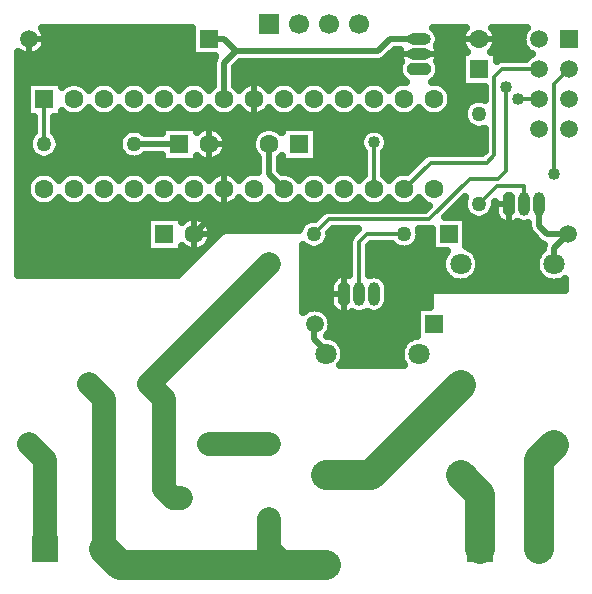
<source format=gbr>
G04 DipTrace 3.0.0.1*
G04 Bottom.gbr*
%MOIN*%
G04 #@! TF.FileFunction,Copper,L2,Bot*
G04 #@! TF.Part,Single*
%AMOUTLINE0*
4,1,8,
-0.019685,-0.029528,
-0.009843,-0.03937,
0.009843,-0.03937,
0.019685,-0.029528,
0.019685,0.029528,
0.009843,0.03937,
-0.009843,0.03937,
-0.019685,0.029528,
-0.019685,-0.029528,
0*%
%AMOUTLINE3*
4,1,8,
0.029528,-0.019685,
0.03937,-0.009843,
0.03937,0.009843,
0.029528,0.019685,
-0.029528,0.019685,
-0.03937,0.009843,
-0.03937,-0.009843,
-0.029528,-0.019685,
0.029528,-0.019685,
0*%
G04 #@! TA.AperFunction,CopperBalancing*
%ADD13C,0.019685*%
G04 #@! TA.AperFunction,Conductor*
%ADD14C,0.098425*%
%ADD15C,0.07874*%
%ADD16C,0.012992*%
G04 #@! TA.AperFunction,CopperBalancing*
%ADD17C,0.025*%
G04 #@! TA.AperFunction,ComponentPad*
%ADD18R,0.062992X0.062992*%
%ADD19C,0.062992*%
%ADD20R,0.059055X0.059055*%
%ADD21C,0.059055*%
%ADD22C,0.090551*%
%ADD23R,0.090551X0.090551*%
%ADD24C,0.070866*%
%ADD25C,0.07874*%
%ADD26O,0.03937X0.07874*%
%ADD27C,0.05*%
%ADD28C,0.05*%
%ADD29C,0.07*%
%ADD30C,0.07*%
%ADD31O,0.07874X0.03937*%
%ADD32C,0.074803*%
%ADD33R,0.066929X0.066929*%
%ADD34C,0.066929*%
G04 #@! TA.AperFunction,ViaPad*
%ADD35C,0.04*%
G04 #@! TA.AperFunction,ComponentPad*
%ADD78OUTLINE0*%
%ADD81OUTLINE3*%
%FSLAX26Y26*%
G04*
G70*
G90*
G75*
G01*
G04 Bottom*
%LPD*%
X493701Y2243701D2*
D13*
X593701D1*
X493701D2*
Y2143701D1*
X1143701Y1743701D2*
Y1693701D1*
X1043701Y1593701D1*
X1543701Y1393701D2*
Y1493701D1*
Y1393701D2*
X1443701D1*
X1543701D2*
Y1293701D1*
X1043701Y1593701D2*
Y1543701D1*
X1996850Y543701D2*
D14*
Y725591D1*
X1931890Y790551D1*
X2243701Y890551D2*
X2193701Y840551D1*
Y543701D1*
X1293701Y893701D2*
D15*
X1093701D1*
X998425Y714567D2*
X972835D1*
X943701Y743701D1*
Y1043701D1*
X893701Y1093701D1*
X1293701Y1493701D2*
X893701Y1093701D1*
X1931890Y1090551D2*
D14*
X1631890Y790551D1*
X1481890D1*
X493701Y893701D2*
D15*
X546850Y840551D1*
Y543701D1*
X1446063Y1293701D2*
D16*
X1443701D1*
D13*
Y1243701D1*
X1481890Y1205512D1*
D16*
Y1193701D1*
X1743701Y1593701D2*
X1619685D1*
X1593701Y1567717D1*
Y1393701D1*
X1993701Y1693701D2*
X2052559Y1752559D1*
X2143701D1*
Y1693701D1*
X543701Y2043701D2*
Y1893701D1*
X2084173Y2083189D2*
Y1804528D1*
X2058189Y1778543D1*
X1962598D1*
X1826772Y1642717D1*
X1492717D1*
X1443701Y1593701D1*
X1481890Y490551D2*
D14*
X796850D1*
X743701Y543701D1*
D15*
Y1043701D1*
X693701Y1093701D1*
X1293701Y643701D2*
Y543701D1*
X1346850Y490551D1*
X1481890D1*
X2242717Y1794685D2*
D16*
Y2092717D1*
X2293701Y2143701D1*
X1643701Y1899646D2*
Y1743701D1*
X2123661Y2043701D2*
X2193701D1*
Y2143701D2*
X2070669D1*
X2044685Y2117717D1*
Y1858005D1*
X2018698Y1832018D1*
X1832018D1*
X1743701Y1743701D1*
X2243701Y1493701D2*
D13*
Y1546063D1*
X2291339Y1593701D1*
X2219685D1*
X2193701Y1619685D1*
Y1693701D1*
X1093701Y2243701D2*
X1142717D1*
X1182205Y2204213D1*
X1657382D1*
X1696870Y2243701D1*
X1793701D1*
X1293701Y1893701D2*
Y1793701D1*
X1343701Y1743701D1*
X1143701Y2043701D2*
Y2165709D1*
X1182205Y2204213D1*
X843701Y1893701D2*
X993701D1*
D35*
X2084173Y2083189D3*
X2242717Y1794685D3*
X1643701Y1899646D3*
X2123661Y2043701D3*
X550766Y2256332D2*
D17*
X1035171D1*
X1860287D2*
X1934584D1*
X2052818D2*
X2136635D1*
X550864Y2231463D2*
X1035171D1*
X1860434D2*
X1934535D1*
X2052866D2*
X2136538D1*
X538168Y2206594D2*
X1035171D1*
X1713657D2*
X1727175D1*
X1860239D2*
X1946646D1*
X2040756D2*
X2149234D1*
X458726Y2181726D2*
X1108608D1*
X1688803D2*
X1726919D1*
X1860483D2*
X1933218D1*
X2054184D2*
X2150063D1*
X458726Y2156857D2*
X1104848D1*
X1188755D2*
X1725551D1*
X1861850D2*
X1933218D1*
X458726Y2131988D2*
X1104848D1*
X1182554D2*
X1725406D1*
X1861996D2*
X1933218D1*
X458726Y2107119D2*
X1104848D1*
X1182554D2*
X1741127D1*
X1846274D2*
X1933218D1*
X458726Y2082251D2*
X483218D1*
X1889535D2*
X2009194D1*
X458726Y2057382D2*
X483218D1*
X1902573D2*
X2009194D1*
X458726Y2032513D2*
X483218D1*
X1903110D2*
X1957339D1*
X458726Y2007644D2*
X483218D1*
X1891635D2*
X1941615D1*
X458726Y1982776D2*
X508218D1*
X579184D2*
X1940883D1*
X458726Y1957907D2*
X508218D1*
X579184D2*
X1954164D1*
X458726Y1933038D2*
X507974D1*
X579428D2*
X807974D1*
X879428D2*
X933218D1*
X1138803D2*
X1248598D1*
X1454184D2*
X1608852D1*
X1678550D2*
X2009194D1*
X458726Y1908169D2*
X491762D1*
X595639D2*
X791762D1*
X1152378D2*
X1235024D1*
X1454184D2*
X1595474D1*
X1691928D2*
X2009194D1*
X458726Y1883301D2*
X490786D1*
X596615D2*
X790786D1*
X1153256D2*
X1234146D1*
X1454184D2*
X1597671D1*
X1689731D2*
X2009194D1*
X458726Y1858432D2*
X503676D1*
X583726D2*
X803676D1*
X1142222D2*
X1245180D1*
X1454184D2*
X1608218D1*
X1679184D2*
X1809780D1*
X458726Y1833563D2*
X1254848D1*
X1332554D2*
X1608218D1*
X1679184D2*
X1784390D1*
X458726Y1808694D2*
X1254848D1*
X1332602D2*
X1608218D1*
X1679184D2*
X1759535D1*
X458726Y1783825D2*
X499331D1*
X458726Y1758957D2*
X485268D1*
X458726Y1734088D2*
X483999D1*
X458726Y1709219D2*
X494594D1*
X458726Y1684350D2*
X1819252D1*
X1917563D2*
X1940542D1*
X458726Y1659482D2*
X1460318D1*
X1892710D2*
X1952699D1*
X458726Y1634613D2*
X883218D1*
X1087290D2*
X1409927D1*
X1952231D2*
X2063686D1*
X458726Y1609744D2*
X883218D1*
X1101938D2*
X1392251D1*
X1952231D2*
X2156264D1*
X458726Y1584875D2*
X883218D1*
X1496909D2*
X1563003D1*
X1796909D2*
X1835171D1*
X1952231D2*
X2174623D1*
X458726Y1560007D2*
X883218D1*
X1485142D2*
X1558218D1*
X1635142D2*
X1702260D1*
X1785142D2*
X1835171D1*
X1952231D2*
X2203579D1*
X458726Y1535138D2*
X1064955D1*
X1408726D2*
X1558218D1*
X1629184D2*
X1883364D1*
X1980406D2*
X2195180D1*
X458726Y1510269D2*
X1040102D1*
X1408726D2*
X1558218D1*
X1629184D2*
X1869741D1*
X1994076D2*
X2181558D1*
X458726Y1485400D2*
X1015199D1*
X1408726D2*
X1558218D1*
X1629184D2*
X1868031D1*
X1995738D2*
X2179848D1*
X458726Y1460531D2*
X990346D1*
X1408726D2*
X1558218D1*
X1629184D2*
X1877114D1*
X1986703D2*
X2188930D1*
X1408726Y1435663D2*
X1498110D1*
X1686655D2*
X1907778D1*
X1955991D2*
X2219594D1*
X1408726Y1410794D2*
X1495034D1*
X1692367D2*
X2278676D1*
X1408726Y1385925D2*
X1495034D1*
X1692367D2*
X1828676D1*
X1408726Y1361056D2*
X1495230D1*
X1690512D2*
X1828676D1*
X1485092Y1336188D2*
X1512026D1*
X1672690D2*
X1785171D1*
X1501743Y1311319D2*
X1785171D1*
X1504135Y1286450D2*
X1785171D1*
X1494467Y1261581D2*
X1785171D1*
X1528940Y1236713D2*
X1746646D1*
X1543588Y1211844D2*
X1731996D1*
X1545932Y1186975D2*
X1729654D1*
X1537631Y1162106D2*
X1737954D1*
X898213Y1651689D2*
X1001689D1*
Y1633672D1*
X1008155Y1639517D1*
X1014361Y1643719D1*
X1021056Y1647085D1*
X1028131Y1649560D1*
X1035466Y1651101D1*
X1042938Y1651684D1*
X1050423Y1651298D1*
X1057795Y1649950D1*
X1064932Y1647663D1*
X1071715Y1644474D1*
X1078029Y1640436D1*
X1083770Y1635618D1*
X1088843Y1630100D1*
X1093160Y1623974D1*
X1096651Y1617343D1*
X1099259Y1610315D1*
X1100937Y1603010D1*
X1101689Y1593701D1*
X1101205Y1586222D1*
X1099760Y1578867D1*
X1097378Y1571761D1*
X1094100Y1565021D1*
X1089980Y1558760D1*
X1085088Y1553083D1*
X1079503Y1548084D1*
X1073320Y1543848D1*
X1066643Y1540444D1*
X1059583Y1537930D1*
X1052257Y1536348D1*
X1044789Y1535723D1*
X1037302Y1536067D1*
X1029921Y1537374D1*
X1022772Y1539621D1*
X1015971Y1542772D1*
X1009635Y1546774D1*
X1003866Y1551560D1*
X1001696Y1553738D1*
X1001689Y1535713D1*
X885713D1*
Y1651689D1*
X898213D1*
X1151635Y1891202D2*
X1150829Y1883751D1*
X1149068Y1876465D1*
X1146383Y1869469D1*
X1142818Y1862875D1*
X1138432Y1856798D1*
X1133298Y1851337D1*
X1127504Y1846584D1*
X1121144Y1842618D1*
X1114327Y1839505D1*
X1107164Y1837297D1*
X1099777Y1836031D1*
X1092289Y1835730D1*
X1084823Y1836396D1*
X1077507Y1838020D1*
X1070461Y1840573D1*
X1063802Y1844014D1*
X1057644Y1848286D1*
X1051696Y1853738D1*
X1051689Y1835713D1*
X935713D1*
Y1857344D1*
X880112Y1857290D1*
X873967Y1852043D1*
X867077Y1847822D1*
X859613Y1844728D1*
X851756Y1842843D1*
X843701Y1842209D1*
X835646Y1842843D1*
X827789Y1844728D1*
X820324Y1847822D1*
X813434Y1852043D1*
X807290Y1857290D1*
X802043Y1863434D1*
X797822Y1870324D1*
X794728Y1877789D1*
X792843Y1885646D1*
X792209Y1893701D1*
X792843Y1901756D1*
X794728Y1909613D1*
X797822Y1917077D1*
X802043Y1923967D1*
X807290Y1930112D1*
X813434Y1935358D1*
X820324Y1939580D1*
X827789Y1942673D1*
X835646Y1944559D1*
X843701Y1945193D1*
X851756Y1944559D1*
X859613Y1942673D1*
X867077Y1939580D1*
X873967Y1935358D1*
X880186Y1930030D1*
X935741Y1930035D1*
X935713Y1951689D1*
X1051689D1*
Y1933672D1*
X1058155Y1939517D1*
X1064361Y1943719D1*
X1071056Y1947085D1*
X1078131Y1949560D1*
X1085466Y1951101D1*
X1092938Y1951684D1*
X1100423Y1951298D1*
X1107795Y1949950D1*
X1114932Y1947663D1*
X1121715Y1944474D1*
X1128029Y1940436D1*
X1133770Y1935618D1*
X1138843Y1930100D1*
X1143160Y1923974D1*
X1146651Y1917343D1*
X1149259Y1910315D1*
X1150937Y1903010D1*
X1151689Y1893701D1*
X1151635Y1891202D1*
X2033711Y2201689D2*
X2051689D1*
Y2170682D1*
X2058045Y2174178D1*
X2065509Y2176283D1*
X2070669Y2176689D1*
X2148453D1*
X2154089Y2183312D1*
X2160773Y2189022D1*
X2168440Y2193694D1*
X2160773Y2198379D1*
X2154089Y2204089D1*
X2148379Y2210773D1*
X2143787Y2218269D1*
X2140423Y2226390D1*
X2138371Y2234937D1*
X2137681Y2243701D1*
X2138371Y2252465D1*
X2140423Y2261012D1*
X2143787Y2269133D1*
X2148379Y2276629D1*
X2152142Y2281206D1*
X2037890Y2281201D1*
X2043160Y2273974D1*
X2046651Y2267343D1*
X2049259Y2260315D1*
X2050937Y2253010D1*
X2051689Y2243701D1*
X2051205Y2236222D1*
X2049760Y2228867D1*
X2047378Y2221761D1*
X2044100Y2215021D1*
X2039980Y2208760D1*
X2033655Y2201685D1*
X1533866Y1327839D2*
X1527673Y1328571D1*
X1521831Y1330726D1*
X1516654Y1334186D1*
X1503871Y1346969D1*
X1500411Y1352146D1*
X1498256Y1357988D1*
X1497524Y1364181D1*
X1497605Y1425307D1*
X1498820Y1431415D1*
X1501428Y1437071D1*
X1505283Y1441961D1*
X1518286Y1454504D1*
X1523720Y1457546D1*
X1529714Y1459236D1*
X1538858Y1459563D1*
X1557688Y1459236D1*
X1559736Y1458829D1*
X1560713Y1468701D1*
X1560814Y1570304D1*
X1562327Y1577911D1*
X1565573Y1584953D1*
X1570374Y1591043D1*
X1589058Y1609726D1*
X1506411Y1609728D1*
X1495016Y1598364D1*
X1495034Y1589661D1*
X1493770Y1581680D1*
X1491273Y1573996D1*
X1487605Y1566797D1*
X1482856Y1560260D1*
X1477142Y1554546D1*
X1470605Y1549797D1*
X1463406Y1546129D1*
X1455722Y1543631D1*
X1447740Y1542367D1*
X1439661D1*
X1431680Y1543631D1*
X1423996Y1546129D1*
X1416797Y1549797D1*
X1410260Y1554546D1*
X1406207Y1558462D1*
X1406451Y1333312D1*
X1413135Y1339022D1*
X1420631Y1343614D1*
X1428752Y1346979D1*
X1437299Y1349030D1*
X1446063Y1349720D1*
X1454827Y1349030D1*
X1463374Y1346979D1*
X1471495Y1343614D1*
X1478991Y1339022D1*
X1485675Y1333312D1*
X1491385Y1326629D1*
X1495976Y1319133D1*
X1499341Y1311012D1*
X1501392Y1302465D1*
X1502083Y1293701D1*
X1501392Y1284937D1*
X1499341Y1276390D1*
X1495976Y1268269D1*
X1491385Y1260773D1*
X1486899Y1255413D1*
X1496346Y1253915D1*
X1505588Y1250912D1*
X1514245Y1246501D1*
X1522108Y1240789D1*
X1528978Y1233919D1*
X1534690Y1226056D1*
X1539101Y1217399D1*
X1542104Y1208157D1*
X1543625Y1198559D1*
Y1188843D1*
X1542104Y1179244D1*
X1539101Y1170003D1*
X1534690Y1161345D1*
X1531201Y1156201D1*
X1744433D1*
X1738525Y1165588D1*
X1734806Y1174564D1*
X1732538Y1184013D1*
X1731776Y1193701D1*
X1732538Y1203388D1*
X1734806Y1212837D1*
X1738525Y1221814D1*
X1743602Y1230100D1*
X1749913Y1237488D1*
X1757302Y1243799D1*
X1765588Y1248877D1*
X1774564Y1252596D1*
X1784013Y1254864D1*
X1787681Y1255308D1*
Y1349720D1*
X1831188D1*
X1831354Y1395656D1*
X1832563Y1399375D1*
X1834862Y1402539D1*
X1838026Y1404839D1*
X1841745Y1406047D1*
X1881201Y1406201D1*
X2281152D1*
X2281201Y1444433D1*
X2271814Y1438525D1*
X2262837Y1434806D1*
X2253388Y1432538D1*
X2243701Y1431776D1*
X2234013Y1432538D1*
X2224564Y1434806D1*
X2215588Y1438525D1*
X2207302Y1443602D1*
X2199913Y1449913D1*
X2193602Y1457302D1*
X2188525Y1465588D1*
X2184806Y1474564D1*
X2182538Y1484013D1*
X2181776Y1493701D1*
X2182538Y1503388D1*
X2184806Y1512837D1*
X2188525Y1521814D1*
X2193602Y1530100D1*
X2199913Y1537488D1*
X2207381Y1543852D1*
X2207814Y1551747D1*
X2209148Y1557302D1*
X2208457Y1559144D1*
X2203189Y1561327D1*
X2198328Y1564306D1*
X2193992Y1568008D1*
X2166072Y1596088D1*
X2162720Y1600701D1*
X2160131Y1605781D1*
X2158370Y1611203D1*
X2157478Y1616835D1*
X2157366Y1629890D1*
X2150924Y1628407D1*
X2143701Y1627839D1*
X2136478Y1628407D1*
X2129432Y1630098D1*
X2122736Y1632871D1*
X2120598Y1634068D1*
X2115571Y1630726D1*
X2109728Y1628571D1*
X2103543Y1627839D1*
X2079714Y1628164D1*
X2073720Y1629856D1*
X2068286Y1632898D1*
X2061591Y1639134D1*
X2052583Y1648601D1*
X2049541Y1654035D1*
X2047849Y1660029D1*
X2047524Y1669173D1*
Y1700862D1*
X2045034Y1697740D1*
Y1689661D1*
X2043770Y1681680D1*
X2041273Y1673996D1*
X2037605Y1666797D1*
X2032856Y1660260D1*
X2027142Y1654546D1*
X2020605Y1649797D1*
X2013406Y1646129D1*
X2005722Y1643631D1*
X1997740Y1642367D1*
X1989661D1*
X1981680Y1643631D1*
X1973996Y1646129D1*
X1966797Y1649797D1*
X1960260Y1654546D1*
X1954546Y1660260D1*
X1949797Y1666797D1*
X1946129Y1673996D1*
X1943631Y1681680D1*
X1942367Y1689661D1*
Y1697740D1*
X1943631Y1705722D1*
X1946129Y1713406D1*
X1947860Y1717147D1*
X1880406Y1649720D1*
X1949720D1*
Y1552992D1*
X1960003Y1548877D1*
X1968289Y1543799D1*
X1975677Y1537488D1*
X1981988Y1530100D1*
X1987066Y1521814D1*
X1990785Y1512837D1*
X1993052Y1503388D1*
X1993815Y1493701D1*
X1993052Y1484013D1*
X1990785Y1474564D1*
X1987066Y1465588D1*
X1981988Y1457302D1*
X1975677Y1449913D1*
X1968289Y1443602D1*
X1960003Y1438525D1*
X1951026Y1434806D1*
X1941577Y1432538D1*
X1931890Y1431776D1*
X1922202Y1432538D1*
X1912753Y1434806D1*
X1903777Y1438525D1*
X1895491Y1443602D1*
X1888102Y1449913D1*
X1881791Y1457302D1*
X1876714Y1465588D1*
X1872995Y1474564D1*
X1870727Y1484013D1*
X1869965Y1493701D1*
X1870727Y1503388D1*
X1872995Y1512837D1*
X1876714Y1521814D1*
X1881791Y1530100D1*
X1888311Y1537682D1*
X1837681Y1537681D1*
Y1611558D1*
X1831932Y1610134D1*
X1826772Y1609728D1*
X1792673Y1609613D1*
X1794559Y1601756D1*
X1795193Y1593701D1*
X1794559Y1585646D1*
X1792673Y1577789D1*
X1789580Y1570324D1*
X1785358Y1563434D1*
X1780112Y1557290D1*
X1773967Y1552043D1*
X1767077Y1547822D1*
X1759613Y1544728D1*
X1751756Y1542843D1*
X1743701Y1542209D1*
X1735646Y1542843D1*
X1727789Y1544728D1*
X1720324Y1547822D1*
X1713434Y1552043D1*
X1707290Y1557290D1*
X1704184Y1560718D1*
X1633398Y1560713D1*
X1626689Y1554093D1*
X1626681Y1456289D1*
X1632921Y1458287D1*
X1640077Y1459421D1*
X1647324D1*
X1654480Y1458287D1*
X1661371Y1456049D1*
X1667828Y1452759D1*
X1673690Y1448499D1*
X1678814Y1443375D1*
X1683073Y1437513D1*
X1686364Y1431056D1*
X1688602Y1424165D1*
X1689736Y1417009D1*
X1689829Y1374016D1*
X1689310Y1366793D1*
X1687618Y1359747D1*
X1684845Y1353051D1*
X1681059Y1346874D1*
X1676353Y1341364D1*
X1670843Y1336657D1*
X1664665Y1332871D1*
X1657970Y1330098D1*
X1650924Y1328407D1*
X1643701Y1327839D1*
X1636478Y1328407D1*
X1629432Y1330098D1*
X1622736Y1332871D1*
X1618664Y1335202D1*
X1611371Y1331353D1*
X1604480Y1329114D1*
X1597324Y1327980D1*
X1590077D1*
X1582921Y1329114D1*
X1576030Y1331353D1*
X1570598Y1334068D1*
X1565571Y1330726D1*
X1559728Y1328571D1*
X1553543Y1327839D1*
X1533953D1*
X2011702Y1945500D2*
X2005722Y1943631D1*
X1997740Y1942367D1*
X1989661D1*
X1981680Y1943631D1*
X1973996Y1946129D1*
X1966797Y1949797D1*
X1960260Y1954546D1*
X1954546Y1960260D1*
X1949797Y1966797D1*
X1946129Y1973996D1*
X1943631Y1981680D1*
X1942367Y1989661D1*
Y1997740D1*
X1943631Y2005722D1*
X1946129Y2013406D1*
X1949797Y2020605D1*
X1954546Y2027142D1*
X1960260Y2032856D1*
X1966797Y2037605D1*
X1973996Y2041273D1*
X1981680Y2043770D1*
X1989661Y2045034D1*
X1997740D1*
X2005722Y2043770D1*
X2011702Y2041902D1*
X2011698Y2085713D1*
X1935713D1*
Y2201689D1*
X1953730D1*
X1947226Y2209020D1*
X1943142Y2215304D1*
X1939902Y2222062D1*
X1937559Y2229181D1*
X1936156Y2236543D1*
X1935714Y2244025D1*
X1936240Y2251501D1*
X1937726Y2258848D1*
X1940147Y2265941D1*
X1943463Y2272663D1*
X1947618Y2278900D1*
X1949479Y2281199D1*
X1840528Y2281059D1*
X1846038Y2276353D1*
X1850744Y2270843D1*
X1854530Y2264665D1*
X1857303Y2257970D1*
X1858995Y2250924D1*
X1859563Y2243701D1*
X1858995Y2236478D1*
X1857303Y2229432D1*
X1854530Y2222736D1*
X1852199Y2218738D1*
X1856235Y2210915D1*
X1858454Y2203760D1*
X1859488Y2196339D1*
X1859293Y2188710D1*
X1857882Y2181353D1*
X1855299Y2174320D1*
X1853348Y2170593D1*
X1856676Y2165571D1*
X1858831Y2159728D1*
X1859563Y2153543D1*
X1859238Y2129714D1*
X1857546Y2123720D1*
X1854504Y2118286D1*
X1845241Y2108564D1*
X1838801Y2102583D1*
X1837063Y2101424D1*
X1848251Y2101510D1*
X1857238Y2100087D1*
X1865892Y2097274D1*
X1874000Y2093144D1*
X1881361Y2087795D1*
X1887795Y2081361D1*
X1893144Y2074000D1*
X1897274Y2065892D1*
X1900087Y2057238D1*
X1901510Y2048251D1*
Y2039151D1*
X1900087Y2030164D1*
X1897274Y2021509D1*
X1893144Y2013402D1*
X1887795Y2006041D1*
X1881361Y1999606D1*
X1874000Y1994257D1*
X1865892Y1990127D1*
X1857238Y1987315D1*
X1848251Y1985891D1*
X1839151D1*
X1830164Y1987315D1*
X1821509Y1990127D1*
X1813402Y1994257D1*
X1806041Y1999606D1*
X1799606Y2006041D1*
X1793727Y2014349D1*
X1787795Y2006041D1*
X1781361Y1999606D1*
X1774000Y1994257D1*
X1765892Y1990127D1*
X1757238Y1987315D1*
X1748251Y1985891D1*
X1739151D1*
X1730164Y1987315D1*
X1721509Y1990127D1*
X1713402Y1994257D1*
X1706041Y1999606D1*
X1699606Y2006041D1*
X1693727Y2014349D1*
X1687795Y2006041D1*
X1681361Y1999606D1*
X1674000Y1994257D1*
X1665892Y1990127D1*
X1657238Y1987315D1*
X1648251Y1985891D1*
X1639151D1*
X1630164Y1987315D1*
X1621509Y1990127D1*
X1613402Y1994257D1*
X1606041Y1999606D1*
X1599606Y2006041D1*
X1593727Y2014349D1*
X1587795Y2006041D1*
X1581361Y1999606D1*
X1574000Y1994257D1*
X1565892Y1990127D1*
X1557238Y1987315D1*
X1548251Y1985891D1*
X1539151D1*
X1530164Y1987315D1*
X1521509Y1990127D1*
X1513402Y1994257D1*
X1506041Y1999606D1*
X1499606Y2006041D1*
X1493727Y2014349D1*
X1487795Y2006041D1*
X1481361Y1999606D1*
X1474000Y1994257D1*
X1465892Y1990127D1*
X1457238Y1987315D1*
X1448251Y1985891D1*
X1439151D1*
X1430164Y1987315D1*
X1421509Y1990127D1*
X1413402Y1994257D1*
X1406041Y1999606D1*
X1399606Y2006041D1*
X1393727Y2014349D1*
X1387795Y2006041D1*
X1381361Y1999606D1*
X1374000Y1994257D1*
X1365892Y1990127D1*
X1357238Y1987315D1*
X1348251Y1985891D1*
X1339151D1*
X1330164Y1987315D1*
X1321509Y1990127D1*
X1313402Y1994257D1*
X1306041Y1999606D1*
X1299606Y2006041D1*
X1293727Y2014349D1*
X1288432Y2006798D1*
X1283298Y2001337D1*
X1277504Y1996584D1*
X1271144Y1992618D1*
X1264327Y1989505D1*
X1257164Y1987297D1*
X1249777Y1986031D1*
X1242289Y1985730D1*
X1234823Y1986396D1*
X1227507Y1988020D1*
X1220461Y1990573D1*
X1213802Y1994014D1*
X1207644Y1998286D1*
X1202088Y2003316D1*
X1197226Y2009020D1*
X1193713Y2014337D1*
X1187795Y2006041D1*
X1181361Y1999606D1*
X1174000Y1994257D1*
X1165892Y1990127D1*
X1157238Y1987315D1*
X1148251Y1985891D1*
X1139151D1*
X1130164Y1987315D1*
X1121509Y1990127D1*
X1113402Y1994257D1*
X1106041Y1999606D1*
X1099606Y2006041D1*
X1093727Y2014349D1*
X1087795Y2006041D1*
X1081361Y1999606D1*
X1074000Y1994257D1*
X1065892Y1990127D1*
X1057238Y1987315D1*
X1048251Y1985891D1*
X1039151D1*
X1030164Y1987315D1*
X1021509Y1990127D1*
X1013402Y1994257D1*
X1006041Y1999606D1*
X999606Y2006041D1*
X993727Y2014349D1*
X987795Y2006041D1*
X981361Y1999606D1*
X974000Y1994257D1*
X965892Y1990127D1*
X957238Y1987315D1*
X948251Y1985891D1*
X939151D1*
X930164Y1987315D1*
X921509Y1990127D1*
X913402Y1994257D1*
X906041Y1999606D1*
X899606Y2006041D1*
X893727Y2014349D1*
X887795Y2006041D1*
X881361Y1999606D1*
X874000Y1994257D1*
X865892Y1990127D1*
X857238Y1987315D1*
X848251Y1985891D1*
X839151D1*
X830164Y1987315D1*
X821509Y1990127D1*
X813402Y1994257D1*
X806041Y1999606D1*
X799606Y2006041D1*
X793727Y2014349D1*
X787795Y2006041D1*
X781361Y1999606D1*
X774000Y1994257D1*
X765892Y1990127D1*
X757238Y1987315D1*
X748251Y1985891D1*
X739151D1*
X730164Y1987315D1*
X721509Y1990127D1*
X713402Y1994257D1*
X706041Y1999606D1*
X699606Y2006041D1*
X693727Y2014349D1*
X687795Y2006041D1*
X681361Y1999606D1*
X674000Y1994257D1*
X665892Y1990127D1*
X657238Y1987315D1*
X648251Y1985891D1*
X639151D1*
X630164Y1987315D1*
X621509Y1990127D1*
X613402Y1994257D1*
X606041Y1999606D1*
X601694Y2003781D1*
X601689Y1985713D1*
X576640D1*
X576689Y1933202D1*
X582856Y1927142D1*
X587605Y1920605D1*
X591273Y1913406D1*
X593770Y1905722D1*
X595034Y1897740D1*
Y1889661D1*
X593770Y1881680D1*
X591273Y1873996D1*
X587605Y1866797D1*
X582856Y1860260D1*
X577142Y1854546D1*
X570605Y1849797D1*
X563406Y1846129D1*
X555722Y1843631D1*
X547740Y1842367D1*
X539661D1*
X531680Y1843631D1*
X523996Y1846129D1*
X516797Y1849797D1*
X510260Y1854546D1*
X504546Y1860260D1*
X499797Y1866797D1*
X496129Y1873996D1*
X493631Y1881680D1*
X492367Y1889661D1*
Y1897740D1*
X493631Y1905722D1*
X496129Y1913406D1*
X499797Y1920605D1*
X504546Y1927142D1*
X510718Y1933218D1*
X510713Y1985741D1*
X485713Y1985713D1*
Y2101689D1*
X601689D1*
Y2083671D1*
X609617Y2090614D1*
X617375Y2095369D1*
X625781Y2098850D1*
X634630Y2100975D1*
X643701Y2101689D1*
X652772Y2100975D1*
X661621Y2098850D1*
X670026Y2095369D1*
X677785Y2090614D1*
X684705Y2084705D1*
X690614Y2077785D1*
X693675Y2073052D1*
X699606Y2081361D1*
X706041Y2087795D1*
X713402Y2093144D1*
X721509Y2097274D1*
X730164Y2100087D1*
X739151Y2101510D1*
X748251D1*
X757238Y2100087D1*
X765892Y2097274D1*
X774000Y2093144D1*
X781361Y2087795D1*
X787795Y2081361D1*
X793675Y2073052D1*
X799606Y2081361D1*
X806041Y2087795D1*
X813402Y2093144D1*
X821509Y2097274D1*
X830164Y2100087D1*
X839151Y2101510D1*
X848251D1*
X857238Y2100087D1*
X865892Y2097274D1*
X874000Y2093144D1*
X881361Y2087795D1*
X887795Y2081361D1*
X893675Y2073052D1*
X899606Y2081361D1*
X906041Y2087795D1*
X913402Y2093144D1*
X921509Y2097274D1*
X930164Y2100087D1*
X939151Y2101510D1*
X948251D1*
X957238Y2100087D1*
X965892Y2097274D1*
X974000Y2093144D1*
X981361Y2087795D1*
X987795Y2081361D1*
X993675Y2073052D1*
X999606Y2081361D1*
X1006041Y2087795D1*
X1013402Y2093144D1*
X1021509Y2097274D1*
X1030164Y2100087D1*
X1039151Y2101510D1*
X1048251D1*
X1057238Y2100087D1*
X1065892Y2097274D1*
X1074000Y2093144D1*
X1081361Y2087795D1*
X1087795Y2081361D1*
X1093675Y2073052D1*
X1099606Y2081361D1*
X1106041Y2087795D1*
X1107367Y2088841D1*
X1107478Y2168559D1*
X1108370Y2174190D1*
X1110133Y2179613D1*
X1112720Y2184693D1*
X1114312Y2187075D1*
X1112220Y2187681D1*
X1037681D1*
Y2281186D1*
X535352Y2281201D1*
X540836Y2273974D1*
X544455Y2267411D1*
X547167Y2260424D1*
X548920Y2253138D1*
X549720Y2243701D1*
X549219Y2236223D1*
X547724Y2228879D1*
X545262Y2221801D1*
X541878Y2215114D1*
X537631Y2208940D1*
X532597Y2203387D1*
X526869Y2198555D1*
X520546Y2194531D1*
X513741Y2191388D1*
X506580Y2189181D1*
X499188Y2187950D1*
X491697Y2187717D1*
X484241Y2188486D1*
X476957Y2190243D1*
X469970Y2192955D1*
X463409Y2196577D1*
X456201Y2202101D1*
Y1456249D1*
X988476Y1456201D1*
X1136353Y1603814D1*
X1139839Y1605589D1*
X1143701Y1606201D1*
X1393705D1*
X1396129Y1613406D1*
X1399797Y1620605D1*
X1404546Y1627142D1*
X1410260Y1632856D1*
X1416797Y1637605D1*
X1423996Y1641273D1*
X1431680Y1643770D1*
X1439661Y1645034D1*
X1448322Y1644966D1*
X1471293Y1667801D1*
X1477740Y1672109D1*
X1485016Y1674793D1*
X1492717Y1675705D1*
X1813077D1*
X1825781Y1688551D1*
X1817375Y1692033D1*
X1809617Y1696787D1*
X1802697Y1702697D1*
X1796787Y1709617D1*
X1793727Y1714349D1*
X1787795Y1706041D1*
X1781361Y1699606D1*
X1774000Y1694257D1*
X1765892Y1690127D1*
X1757238Y1687315D1*
X1748251Y1685891D1*
X1739151D1*
X1730164Y1687315D1*
X1721509Y1690127D1*
X1713402Y1694257D1*
X1706041Y1699606D1*
X1699606Y1706041D1*
X1693727Y1714349D1*
X1687795Y1706041D1*
X1681361Y1699606D1*
X1674000Y1694257D1*
X1665892Y1690127D1*
X1657238Y1687315D1*
X1648251Y1685891D1*
X1639151D1*
X1630164Y1687315D1*
X1621509Y1690127D1*
X1613402Y1694257D1*
X1606041Y1699606D1*
X1599606Y1706041D1*
X1593727Y1714349D1*
X1587795Y1706041D1*
X1581361Y1699606D1*
X1574000Y1694257D1*
X1565892Y1690127D1*
X1557238Y1687315D1*
X1548251Y1685891D1*
X1539151D1*
X1530164Y1687315D1*
X1521509Y1690127D1*
X1513402Y1694257D1*
X1506041Y1699606D1*
X1499606Y1706041D1*
X1493727Y1714349D1*
X1487795Y1706041D1*
X1481361Y1699606D1*
X1474000Y1694257D1*
X1465892Y1690127D1*
X1457238Y1687315D1*
X1448251Y1685891D1*
X1439151D1*
X1430164Y1687315D1*
X1421509Y1690127D1*
X1413402Y1694257D1*
X1406041Y1699606D1*
X1399606Y1706041D1*
X1393727Y1714349D1*
X1387795Y1706041D1*
X1381361Y1699606D1*
X1374000Y1694257D1*
X1365892Y1690127D1*
X1357238Y1687315D1*
X1348251Y1685891D1*
X1339151D1*
X1330164Y1687315D1*
X1321509Y1690127D1*
X1313402Y1694257D1*
X1306041Y1699606D1*
X1299606Y1706041D1*
X1293727Y1714349D1*
X1287795Y1706041D1*
X1281361Y1699606D1*
X1274000Y1694257D1*
X1265892Y1690127D1*
X1257238Y1687315D1*
X1248251Y1685891D1*
X1239151D1*
X1230164Y1687315D1*
X1221509Y1690127D1*
X1213402Y1694257D1*
X1206041Y1699606D1*
X1199606Y1706041D1*
X1193727Y1714349D1*
X1188432Y1706798D1*
X1183298Y1701337D1*
X1177504Y1696584D1*
X1171144Y1692618D1*
X1164327Y1689505D1*
X1157164Y1687297D1*
X1149777Y1686031D1*
X1142289Y1685730D1*
X1134823Y1686396D1*
X1127507Y1688020D1*
X1120461Y1690573D1*
X1113802Y1694014D1*
X1107644Y1698286D1*
X1102088Y1703316D1*
X1097226Y1709020D1*
X1093713Y1714337D1*
X1087795Y1706041D1*
X1081361Y1699606D1*
X1074000Y1694257D1*
X1065892Y1690127D1*
X1057238Y1687315D1*
X1048251Y1685891D1*
X1039151D1*
X1030164Y1687315D1*
X1021509Y1690127D1*
X1013402Y1694257D1*
X1006041Y1699606D1*
X999606Y1706041D1*
X993727Y1714349D1*
X987795Y1706041D1*
X981361Y1699606D1*
X974000Y1694257D1*
X965892Y1690127D1*
X957238Y1687315D1*
X948251Y1685891D1*
X939151D1*
X930164Y1687315D1*
X921509Y1690127D1*
X913402Y1694257D1*
X906041Y1699606D1*
X899606Y1706041D1*
X893727Y1714349D1*
X887795Y1706041D1*
X881361Y1699606D1*
X874000Y1694257D1*
X865892Y1690127D1*
X857238Y1687315D1*
X848251Y1685891D1*
X839151D1*
X830164Y1687315D1*
X821509Y1690127D1*
X813402Y1694257D1*
X806041Y1699606D1*
X799606Y1706041D1*
X793727Y1714349D1*
X787795Y1706041D1*
X781361Y1699606D1*
X774000Y1694257D1*
X765892Y1690127D1*
X757238Y1687315D1*
X748251Y1685891D1*
X739151D1*
X730164Y1687315D1*
X721509Y1690127D1*
X713402Y1694257D1*
X706041Y1699606D1*
X699606Y1706041D1*
X693727Y1714349D1*
X687795Y1706041D1*
X681361Y1699606D1*
X674000Y1694257D1*
X665892Y1690127D1*
X657238Y1687315D1*
X648251Y1685891D1*
X639151D1*
X630164Y1687315D1*
X621509Y1690127D1*
X613402Y1694257D1*
X606041Y1699606D1*
X599606Y1706041D1*
X593727Y1714349D1*
X587795Y1706041D1*
X581361Y1699606D1*
X574000Y1694257D1*
X565892Y1690127D1*
X557238Y1687315D1*
X548251Y1685891D1*
X539151D1*
X530164Y1687315D1*
X521509Y1690127D1*
X513402Y1694257D1*
X506041Y1699606D1*
X499606Y1706041D1*
X494257Y1713402D1*
X490127Y1721509D1*
X487315Y1730164D1*
X485891Y1739151D1*
Y1748251D1*
X487315Y1757238D1*
X490127Y1765892D1*
X494257Y1774000D1*
X499606Y1781361D1*
X506041Y1787795D1*
X513402Y1793144D1*
X521509Y1797274D1*
X530164Y1800087D1*
X539151Y1801510D1*
X548251D1*
X557238Y1800087D1*
X565892Y1797274D1*
X574000Y1793144D1*
X581361Y1787795D1*
X587795Y1781361D1*
X593675Y1773052D1*
X599606Y1781361D1*
X606041Y1787795D1*
X613402Y1793144D1*
X621509Y1797274D1*
X630164Y1800087D1*
X639151Y1801510D1*
X648251D1*
X657238Y1800087D1*
X665892Y1797274D1*
X674000Y1793144D1*
X681361Y1787795D1*
X687795Y1781361D1*
X693675Y1773052D1*
X699606Y1781361D1*
X706041Y1787795D1*
X713402Y1793144D1*
X721509Y1797274D1*
X730164Y1800087D1*
X739151Y1801510D1*
X748251D1*
X757238Y1800087D1*
X765892Y1797274D1*
X774000Y1793144D1*
X781361Y1787795D1*
X787795Y1781361D1*
X793675Y1773052D1*
X799606Y1781361D1*
X806041Y1787795D1*
X813402Y1793144D1*
X821509Y1797274D1*
X830164Y1800087D1*
X839151Y1801510D1*
X848251D1*
X857238Y1800087D1*
X865892Y1797274D1*
X874000Y1793144D1*
X881361Y1787795D1*
X887795Y1781361D1*
X893675Y1773052D1*
X899606Y1781361D1*
X906041Y1787795D1*
X913402Y1793144D1*
X921509Y1797274D1*
X930164Y1800087D1*
X939151Y1801510D1*
X948251D1*
X957238Y1800087D1*
X965892Y1797274D1*
X974000Y1793144D1*
X981361Y1787795D1*
X987795Y1781361D1*
X993675Y1773052D1*
X999606Y1781361D1*
X1006041Y1787795D1*
X1013402Y1793144D1*
X1021509Y1797274D1*
X1030164Y1800087D1*
X1039151Y1801510D1*
X1048251D1*
X1057238Y1800087D1*
X1065892Y1797274D1*
X1074000Y1793144D1*
X1081361Y1787795D1*
X1087795Y1781361D1*
X1093675Y1773052D1*
X1099177Y1780853D1*
X1104341Y1786285D1*
X1110163Y1791007D1*
X1116543Y1794937D1*
X1123379Y1798012D1*
X1130554Y1800178D1*
X1137948Y1801403D1*
X1145437Y1801663D1*
X1152899Y1800955D1*
X1160206Y1799290D1*
X1167239Y1796697D1*
X1173877Y1793219D1*
X1180012Y1788913D1*
X1185539Y1783852D1*
X1190369Y1778121D1*
X1193696Y1773054D1*
X1199606Y1781361D1*
X1206041Y1787795D1*
X1213402Y1793144D1*
X1221509Y1797274D1*
X1230164Y1800087D1*
X1239151Y1801510D1*
X1248251D1*
X1257358Y1800052D1*
X1257366Y1848534D1*
X1252697Y1852697D1*
X1246787Y1859617D1*
X1242033Y1867375D1*
X1238551Y1875781D1*
X1236427Y1884630D1*
X1235713Y1893701D1*
X1236427Y1902772D1*
X1238551Y1911621D1*
X1242033Y1920026D1*
X1246787Y1927785D1*
X1252697Y1934705D1*
X1259617Y1940614D1*
X1267375Y1945369D1*
X1275781Y1948850D1*
X1284630Y1950975D1*
X1293701Y1951689D1*
X1302772Y1950975D1*
X1311621Y1948850D1*
X1320026Y1945369D1*
X1327785Y1940614D1*
X1334705Y1934705D1*
X1335707Y1933621D1*
X1335713Y1951689D1*
X1451689D1*
Y1835713D1*
X1335713D1*
Y1853730D1*
X1330034Y1848560D1*
X1330035Y1808789D1*
X1337450Y1801336D1*
X1343701Y1801689D1*
X1352772Y1800975D1*
X1361621Y1798850D1*
X1370026Y1795369D1*
X1377785Y1790614D1*
X1384705Y1784705D1*
X1390614Y1777785D1*
X1393675Y1773052D1*
X1399606Y1781361D1*
X1406041Y1787795D1*
X1413402Y1793144D1*
X1421509Y1797274D1*
X1430164Y1800087D1*
X1439151Y1801510D1*
X1448251D1*
X1457238Y1800087D1*
X1465892Y1797274D1*
X1474000Y1793144D1*
X1481361Y1787795D1*
X1487795Y1781361D1*
X1493675Y1773052D1*
X1499606Y1781361D1*
X1506041Y1787795D1*
X1513402Y1793144D1*
X1521509Y1797274D1*
X1530164Y1800087D1*
X1539151Y1801510D1*
X1548251D1*
X1557238Y1800087D1*
X1565892Y1797274D1*
X1574000Y1793144D1*
X1581361Y1787795D1*
X1587795Y1781361D1*
X1593675Y1773052D1*
X1599606Y1781361D1*
X1606041Y1787795D1*
X1610726Y1791356D1*
X1610713Y1866894D1*
X1606088Y1872319D1*
X1602276Y1878538D1*
X1599484Y1885278D1*
X1597781Y1892373D1*
X1597209Y1899646D1*
X1597781Y1906919D1*
X1599484Y1914013D1*
X1602276Y1920753D1*
X1606088Y1926972D1*
X1610825Y1932521D1*
X1616374Y1937259D1*
X1622593Y1941071D1*
X1629333Y1943862D1*
X1636428Y1945566D1*
X1643701Y1946138D1*
X1650974Y1945566D1*
X1658068Y1943862D1*
X1664808Y1941071D1*
X1671028Y1937259D1*
X1676576Y1932521D1*
X1681314Y1926972D1*
X1685126Y1920753D1*
X1687917Y1914013D1*
X1689621Y1906919D1*
X1690193Y1899646D1*
X1689621Y1892373D1*
X1687917Y1885278D1*
X1685126Y1878538D1*
X1681314Y1872319D1*
X1676682Y1866886D1*
X1676689Y1791394D1*
X1684705Y1784705D1*
X1690614Y1777785D1*
X1693675Y1773052D1*
X1699606Y1781361D1*
X1706041Y1787795D1*
X1713402Y1793144D1*
X1721509Y1797274D1*
X1730164Y1800087D1*
X1739151Y1801510D1*
X1748251D1*
X1754080Y1800715D1*
X1810594Y1857102D1*
X1817042Y1861411D1*
X1824318Y1864096D1*
X1832018Y1865007D1*
X2005017D1*
X2011697Y1871629D1*
Y1945457D1*
X1180034Y2088841D2*
X1184705Y2084705D1*
X1190614Y2077785D1*
X1193675Y2073052D1*
X1199177Y2080853D1*
X1204341Y2086285D1*
X1210163Y2091007D1*
X1216543Y2094937D1*
X1223379Y2098012D1*
X1230554Y2100178D1*
X1237948Y2101403D1*
X1245437Y2101663D1*
X1252899Y2100955D1*
X1260206Y2099290D1*
X1267239Y2096697D1*
X1273877Y2093219D1*
X1280012Y2088913D1*
X1285539Y2083852D1*
X1290369Y2078121D1*
X1293696Y2073054D1*
X1299606Y2081361D1*
X1306041Y2087795D1*
X1313402Y2093144D1*
X1321509Y2097274D1*
X1330164Y2100087D1*
X1339151Y2101510D1*
X1348251D1*
X1357238Y2100087D1*
X1365892Y2097274D1*
X1374000Y2093144D1*
X1381361Y2087795D1*
X1387795Y2081361D1*
X1393675Y2073052D1*
X1399606Y2081361D1*
X1406041Y2087795D1*
X1413402Y2093144D1*
X1421509Y2097274D1*
X1430164Y2100087D1*
X1439151Y2101510D1*
X1448251D1*
X1457238Y2100087D1*
X1465892Y2097274D1*
X1474000Y2093144D1*
X1481361Y2087795D1*
X1487795Y2081361D1*
X1493675Y2073052D1*
X1499606Y2081361D1*
X1506041Y2087795D1*
X1513402Y2093144D1*
X1521509Y2097274D1*
X1530164Y2100087D1*
X1539151Y2101510D1*
X1548251D1*
X1557238Y2100087D1*
X1565892Y2097274D1*
X1574000Y2093144D1*
X1581361Y2087795D1*
X1587795Y2081361D1*
X1593675Y2073052D1*
X1599606Y2081361D1*
X1606041Y2087795D1*
X1613402Y2093144D1*
X1621509Y2097274D1*
X1630164Y2100087D1*
X1639151Y2101510D1*
X1648251D1*
X1657238Y2100087D1*
X1665892Y2097274D1*
X1674000Y2093144D1*
X1681361Y2087795D1*
X1687795Y2081361D1*
X1693675Y2073052D1*
X1699606Y2081361D1*
X1706041Y2087795D1*
X1713402Y2093144D1*
X1721509Y2097274D1*
X1730164Y2100087D1*
X1739151Y2101510D1*
X1748251D1*
X1750331Y2101428D1*
X1745441Y2105283D1*
X1732898Y2118286D1*
X1729856Y2123720D1*
X1728164Y2129714D1*
X1727839Y2133858D1*
X1728164Y2157688D1*
X1729856Y2163681D1*
X1732903Y2169122D1*
X1733245Y2172018D1*
X1730276Y2178898D1*
X1728458Y2186165D1*
X1727839Y2193631D1*
X1728436Y2201098D1*
X1729927Y2207373D1*
X1711913Y2207366D1*
X1680979Y2176584D1*
X1676366Y2173232D1*
X1671286Y2170644D1*
X1665864Y2168882D1*
X1660232Y2167990D1*
X1519882Y2167878D1*
X1197274D1*
X1180034Y2150657D1*
X1180035Y2088902D1*
X1043701Y1651640D2*
D13*
Y1535761D1*
Y1593701D2*
X1101640D1*
X1093701Y1951640D2*
Y1835761D1*
Y1893701D2*
X1151640D1*
X1935761Y2243701D2*
X2051640D1*
X493701D2*
Y2187730D1*
Y2243701D2*
X549672D1*
X2093701Y1693701D2*
Y1627860D1*
X2047545Y1693701D2*
X2093701D1*
X1543701Y1459542D2*
Y1327860D1*
X1497545Y1393701D2*
X1543701D1*
X1243701Y2101640D2*
Y1985761D1*
X1143701Y1801640D2*
Y1685761D1*
X1727887Y2193701D2*
X1859514D1*
D18*
X943701Y1593701D3*
D19*
X1043701D3*
X1093701Y1893701D3*
D18*
X993701D3*
X1993701Y2143701D3*
D19*
Y2243701D3*
X1293701Y1893701D3*
D18*
X1393701D3*
D20*
X1893701Y1593701D3*
D21*
X2291339D3*
D20*
X1843701Y1293701D3*
D21*
X1446063D3*
D20*
X1093701Y2243701D3*
D21*
X693701Y1093701D3*
X893701D3*
X493701Y2243701D3*
D22*
X743701Y543701D3*
D23*
X546850D3*
D22*
X2193701D3*
D23*
X1996850D3*
D24*
X1793701Y1193701D3*
X1481890D3*
D25*
Y790551D3*
Y490551D3*
D24*
X2243701Y1493701D3*
X1931890D3*
D25*
Y1090551D3*
Y790551D3*
X2243701Y890551D3*
D78*
X2093701Y1693701D3*
D26*
X2143701D3*
X2193701D3*
D78*
X1543701Y1393701D3*
D26*
X1593701D3*
X1643701D3*
D27*
X1743701Y1593701D3*
D28*
X1443701D3*
D27*
X1993701Y1693701D3*
D28*
Y1993701D3*
D27*
X543701Y1893701D3*
D28*
X843701D3*
D20*
X2293701Y2243701D3*
D21*
X2193701D3*
X2293701Y2143701D3*
X2193701D3*
X2293701Y2043701D3*
X2193701D3*
X2293701Y1943701D3*
X2193701D3*
D29*
X493701Y893701D3*
D30*
X1093701D3*
D29*
X1293701D3*
D30*
Y1493701D3*
D18*
X543701Y2043701D3*
D19*
X643701D3*
X743701D3*
X843701D3*
X943701D3*
X1043701D3*
X1143701D3*
X1243701D3*
X1343701D3*
X1443701D3*
X1543701D3*
X1643701D3*
X1743701D3*
X1843701D3*
Y1743701D3*
X1743701D3*
X1643701D3*
X1543701D3*
X1443701D3*
X1343701D3*
X1243701D3*
X1143701D3*
X1043701D3*
X943701D3*
X843701D3*
X743701D3*
X643701D3*
X543701D3*
D81*
X1793701Y2143701D3*
D31*
Y2193701D3*
Y2243701D3*
D32*
X1293701Y643701D3*
X998425Y714567D3*
D33*
X1293701Y2293701D3*
D34*
X1393701D3*
X1493701D3*
X1593701D3*
M02*

</source>
